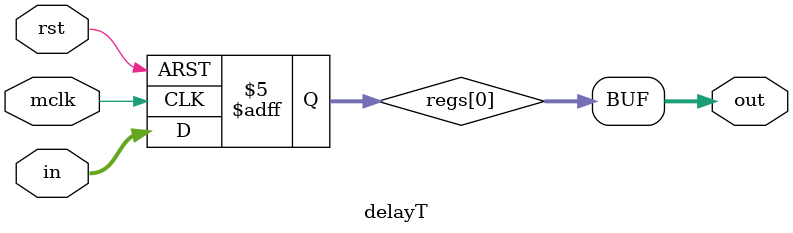
<source format=v>





// B=, symbol_num=2, W=, V=, U=
// para_polys=91 121
// Support Direct Traceback, Asynchronous Ram

`include "glb_def.v"
module delayT(mclk, rst, in, out);
    parameter Data_Width=12;
    parameter Delay_Count=1;
    
    input mclk, rst;
    input [Data_Width-1:0] in;
    output [Data_Width-1:0] out;
    
    reg [Data_Width-1:0] regs[Delay_Count-1:0];
    integer temp;
    
    assign out=regs[Delay_Count-1];
    
    always @(posedge mclk or posedge rst)
    begin
    	if(rst)
	begin
		for(temp=0;temp<Delay_Count;temp=temp+1)
		begin
	    		regs[temp]<=0;
		end
	end
	else 
	begin
		regs[0]<=in;
		for(temp=1;temp<Delay_Count;temp=temp+1)
		begin
	    		regs[temp]<=regs[temp-1];
		end
	end
    end
endmodule

</source>
